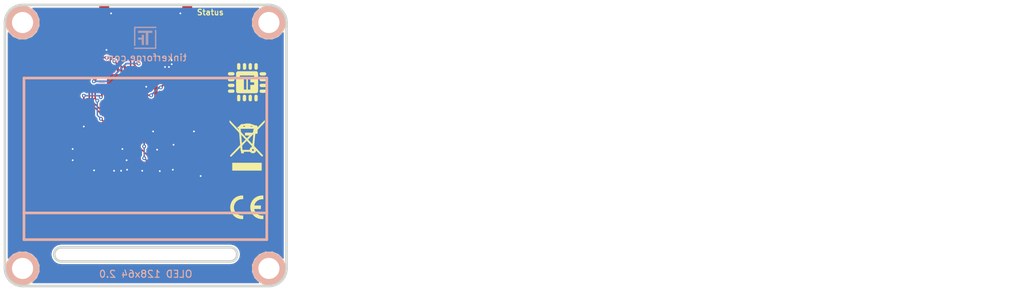
<source format=kicad_pcb>
(kicad_pcb (version 20211014) (generator pcbnew)
  (title_block (title "OLED 128x64") (date "2018-02-21") (rev "2.0") (company "Tinkerforfge GmbH") (comment 1 "Licensed under CERN OHL v.1.1") (comment 2 "Copyright (©) 2018, L.Lauer <lukas@tinkerforge.com>"))
  (layers (0 "F.Cu" signal) (31 "B.Cu" signal) (34 "B.Paste" user) (35 "F.Paste" user) (36 "B.SilkS" user "B.Silkscreen") (37 "F.SilkS" user "F.Silkscreen") (38 "B.Mask" user) (39 "F.Mask" user) (44 "Edge.Cuts" user))
  (net 0 "")
  (net 1 "GND")
  (net 2 "Net-(P1-Pad4)")
  (net 3 "Net-(P1-Pad5)")
  (net 4 "Net-(P1-Pad6)")
  (net 5 "Net-(C7-Pad2)")
  (net 6 "Net-(C10-Pad2)")
  (net 7 "Net-(R1-Pad1)")
  (net 8 "Net-(C8-Pad1)")
  (net 9 "Net-(C8-Pad2)")
  (net 10 "Net-(C11-Pad2)")
  (net 11 "Net-(C10-Pad1)")
  (net 12 "Net-(RP1-Pad5)")
  (net 13 "Net-(RP1-Pad6)")
  (net 14 "Net-(RP1-Pad7)")
  (net 15 "Net-(RP1-Pad8)")
  (net 16 "Net-(P1-Pad1)")
  (net 17 "Net-(U3-Pad7)")
  (net 18 "Net-(U3-Pad20)")
  (net 19 "Net-(C1-Pad1)")
  (net 20 "VCC")
  (net 21 "Net-(D1-Pad2)")
  (net 22 "Net-(P2-Pad1)")
  (net 23 "Net-(P3-Pad2)")
  (net 24 "Net-(R2-Pad1)")
  (net 25 "M-CS")
  (net 26 "DC")
  (net 27 "M-CLK")
  (net 28 "M-MOSI")
  (net 29 "S-MISO")
  (net 30 "S-MOSI")
  (net 31 "S-CLK")
  (net 32 "S-CS")
  (net 33 "Net-(U1-Pad3)")
  (net 34 "Net-(U1-Pad5)")
  (net 35 "Net-(U1-Pad6)")
  (net 36 "Net-(U1-Pad8)")
  (net 37 "Net-(U1-Pad13)")
  (net 38 "Net-(U1-Pad14)")
  (net 39 "Net-(U1-Pad16)")
  (net 40 "Net-(U1-Pad17)")
  (net 41 "Net-(U1-Pad21)")
  (net 42 "OLED_RESET")
  (net 43 "Net-(U1-Pad4)")
  (footprint "kicad-libraries:DRILL_NP" (layer "F.Cu") (at 136.6 124.1)
    (fp_text reference "U4" hide)
    (fp_text value "DRILL" hide)
    (pad "" np_thru_hole circle locked (at 0 0) (size 2.99974 2.99974) (drill 2.99974) (layers *.Cu *.Mask "F.SilkS") (clearance 0.89916))
  )
  (footprint "kicad-libraries:DRILL_NP" (layer "F.Cu") (at 171.6 124.1)
    (fp_text reference "U5" hide)
    (fp_text value "DRILL" hide)
    (pad "" np_thru_hole circle locked (at 0 0) (size 2.99974 2.99974) (drill 2.99974) (layers *.Cu *.Mask "F.SilkS") (clearance 0.89916))
  )
  (footprint "kicad-libraries:DRILL_NP" (layer "F.Cu") (at 171.6 159.1)
    (fp_text reference "U6" hide)
    (fp_text value "DRILL" hide)
    (pad "" np_thru_hole circle locked (at 0 0) (size 2.99974 2.99974) (drill 2.99974) (layers *.Cu *.Mask "F.SilkS") (clearance 0.89916))
  )
  (footprint "kicad-libraries:WEEE_7mm" (layer "F.Cu") (at 168.5 141.6)
    (fp_text reference "G***" hide)
    (fp_text value "LOGO" hide)
  )
  (footprint "kicad-libraries:CE_5mm" (layer "F.Cu") (at 168.5 150.4)
    (fp_text reference "VAL" hide)
    (fp_text value "CE_5mm" hide)
  )
  (footprint "kicad-libraries:Fiducial_Mark" (layer "F.Cu") (at 167.1 123.1)
    (fp_text reference "Fiducial_Mark" hide)
    (fp_text value "VAL**" hide)
    (pad "1" smd circle locked (at 0 0) (size 1.00076 1.00076) (layers "F.Cu" "F.Mask") (clearance 0.65024))
  )
  (footprint "kicad-libraries:Fiducial_Mark" (layer "F.Cu") (at 141.1 123.1)
    (fp_text reference "Fiducial_Mark" hide)
    (fp_text value "VAL**" hide)
    (pad "1" smd circle locked (at 0 0) (size 1.00076 1.00076) (layers "F.Cu" "F.Mask") (clearance 0.65024))
  )
  (footprint "kicad-libraries:Fiducial_Mark" (layer "F.Cu") (at 169.6 154.6)
    (fp_text reference "Fiducial_Mark" hide)
    (fp_text value "VAL**" hide)
    (pad "1" smd circle locked (at 0 0) (size 1.00076 1.00076) (layers "F.Cu" "F.Mask") (clearance 0.65024))
  )
  (footprint "kicad-libraries:0603X4" (layer "F.Cu") (at 149.77 137.74 90)
    (fp_text reference "RP1")
    (fp_text value "2k2")
    (pad "1" smd rect locked (at 1.19888 -0.8509 90) (size 0.44958 0.89916) (layers "F.Cu" "F.Paste" "F.Mask") (net 25 "M-CS"))
    (pad "2" smd rect locked (at 0.39878 -0.8509 90) (size 0.44958 0.89916) (layers "F.Cu" "F.Paste" "F.Mask") (net 26 "DC"))
    (pad "3" smd rect locked (at -0.39878 -0.8509 90) (size 0.44958 0.89916) (layers "F.Cu" "F.Paste" "F.Mask") (net 27 "M-CLK"))
    (pad "4" smd rect locked (at -1.19888 -0.8509 90) (size 0.44958 0.89916) (layers "F.Cu" "F.Paste" "F.Mask") (net 28 "M-MOSI"))
    (pad "5" smd rect locked (at -1.19888 0.8509 90) (size 0.44958 0.89916) (layers "F.Cu" "F.Paste" "F.Mask") (net 12 "Net-(RP1-Pad5)"))
    (pad "6" smd rect locked (at -0.39878 0.8509 90) (size 0.44958 0.89916) (layers "F.Cu" "F.Paste" "F.Mask") (net 13 "Net-(RP1-Pad6)"))
    (pad "7" smd rect locked (at 0.39878 0.8509 90) (size 0.44958 0.89916) (layers "F.Cu" "F.Paste" "F.Mask") (net 14 "Net-(RP1-Pad7)"))
    (pad "8" smd rect locked (at 1.19888 0.8509 90) (size 0.44958 0.89916) (layers "F.Cu" "F.Paste" "F.Mask") (net 15 "Net-(RP1-Pad8)"))
  )
  (footprint "kicad-libraries:DRILL_NP" (layer "F.Cu") (at 136.6 159.1)
    (fp_text reference "U7" hide)
    (fp_text value "DRILL" hide)
    (pad "" np_thru_hole circle locked (at 0 0) (size 2.99974 2.99974) (drill 2.99974) (layers *.Cu *.Mask "F.SilkS") (clearance 0.89916))
  )
  (footprint "kicad-libraries:ER-CON30HT-1" (layer "F.Cu") (at 154.1 146.6)
    (fp_text reference "U3")
    (fp_text value "OLED013")
    (pad "" smd rect locked (at 8.79 2.325) (size 2 3) (layers "F.Cu" "F.Paste" "F.Mask"))
    (pad "" smd rect locked (at -8.79 2.325) (size 2 3) (layers "F.Cu" "F.Paste" "F.Mask"))
    (pad "1" smd rect locked (at 7.25 -0.2) (size 0.3 1.6) (layers "F.Cu" "F.Paste" "F.Mask") (net 1 "GND"))
    (pad "2" smd rect locked (at 6.75 -0.2) (size 0.3 1.6) (layers "F.Cu" "F.Paste" "F.Mask") (net 6 "Net-(C10-Pad2)"))
    (pad "3" smd rect locked (at 6.25 -0.2) (size 0.3 1.6) (layers "F.Cu" "F.Paste" "F.Mask") (net 11 "Net-(C10-Pad1)"))
    (pad "4" smd rect locked (at 5.75 -0.2) (size 0.3 1.6) (layers "F.Cu" "F.Paste" "F.Mask") (net 9 "Net-(C8-Pad2)"))
    (pad "5" smd rect locked (at 5.25 -0.2) (size 0.3 1.6) (layers "F.Cu" "F.Paste" "F.Mask") (net 8 "Net-(C8-Pad1)"))
    (pad "6" smd rect locked (at 4.75 -0.2) (size 0.3 1.6) (layers "F.Cu" "F.Paste" "F.Mask") (net 20 "VCC"))
    (pad "7" smd rect locked (at 4.25 -0.2) (size 0.3 1.6) (layers "F.Cu" "F.Paste" "F.Mask") (net 17 "Net-(U3-Pad7)"))
    (pad "8" smd rect locked (at 3.75 -0.2) (size 0.3 1.6) (layers "F.Cu" "F.Paste" "F.Mask") (net 1 "GND"))
    (pad "9" smd rect locked (at 3.25 -0.2) (size 0.3 1.6) (layers "F.Cu" "F.Paste" "F.Mask") (net 20 "VCC"))
    (pad "10" smd rect locked (at 2.75 -0.2) (size 0.3 1.6) (layers "F.Cu" "F.Paste" "F.Mask") (net 1 "GND"))
    (pad "11" smd rect locked (at 2.25 -0.2) (size 0.3 1.6) (layers "F.Cu" "F.Paste" "F.Mask") (net 1 "GND"))
    (pad "12" smd rect locked (at 1.75 -0.2) (size 0.3 1.6) (layers "F.Cu" "F.Paste" "F.Mask") (net 1 "GND"))
    (pad "13" smd rect locked (at 1.25 -0.2) (size 0.3 1.6) (layers "F.Cu" "F.Paste" "F.Mask") (net 15 "Net-(RP1-Pad8)"))
    (pad "14" smd rect locked (at 0.75 -0.2) (size 0.3 1.6) (layers "F.Cu" "F.Paste" "F.Mask") (net 42 "OLED_RESET"))
    (pad "15" smd rect locked (at 0.25 -0.2) (size 0.3 1.6) (layers "F.Cu" "F.Paste" "F.Mask") (net 14 "Net-(RP1-Pad7)"))
    (pad "16" smd rect locked (at -0.25 -0.2) (size 0.3 1.6) (layers "F.Cu" "F.Paste" "F.Mask") (net 1 "GND"))
    (pad "17" smd rect locked (at -0.75 -0.2) (size 0.3 1.6) (layers "F.Cu" "F.Paste" "F.Mask") (net 1 "GND"))
    (pad "18" smd rect locked (at -1.25 -0.2) (size 0.3 1.6) (layers "F.Cu" "F.Paste" "F.Mask") (net 13 "Net-(RP1-Pad6)"))
    (pad "19" smd rect locked (at -1.75 -0.2) (size 0.3 1.6) (layers "F.Cu" "F.Paste" "F.Mask") (net 12 "Net-(RP1-Pad5)"))
    (pad "20" smd rect locked (at -2.25 -0.2) (size 0.3 1.6) (layers "F.Cu" "F.Paste" "F.Mask") (net 18 "Net-(U3-Pad20)"))
    (pad "21" smd rect locked (at -2.75 -0.2) (size 0.3 1.6) (layers "F.Cu" "F.Paste" "F.Mask") (net 1 "GND"))
    (pad "22" smd rect locked (at -3.25 -0.2) (size 0.3 1.6) (layers "F.Cu" "F.Paste" "F.Mask") (net 1 "GND"))
    (pad "23" smd rect locked (at -3.75 -0.2) (size 0.3 1.6) (layers "F.Cu" "F.Paste" "F.Mask") (net 1 "GND"))
    (pad "24" smd rect locked (at -4.24 -0.2) (size 0.3 1.6) (layers "F.Cu" "F.Paste" "F.Mask") (net 1 "GND"))
    (pad "25" smd rect locked (at -4.75 -0.2) (size 0.3 1.6) (layers "F.Cu" "F.Paste" "F.Mask") (net 1 "GND"))
    (pad "26" smd rect locked (at -5.25 -0.2) (size 0.3 1.6) (layers "F.Cu" "F.Paste" "F.Mask") (net 7 "Net-(R1-Pad1)"))
    (pad "27" smd rect locked (at -5.75 -0.2) (size 0.3 1.6) (layers "F.Cu" "F.Paste" "F.Mask") (net 5 "Net-(C7-Pad2)"))
    (pad "28" smd rect locked (at -6.25 -0.2) (size 0.3 1.6) (layers "F.Cu" "F.Paste" "F.Mask") (net 10 "Net-(C11-Pad2)"))
    (pad "29" smd rect locked (at -6.75 -0.2) (size 0.3 1.6) (layers "F.Cu" "F.Paste" "F.Mask") (net 1 "GND"))
    (pad "30" smd rect locked (at -7.25 -0.2) (size 0.3 1.6) (layers "F.Cu" "F.Paste" "F.Mask") (net 1 "GND"))
  )
  (footprint "kicad-libraries:C0805" (layer "F.Cu") (at 156.15 140.5)
    (fp_text reference "C3")
    (fp_text value "4.7µF/25V")
    (pad "1" smd rect locked (at -1.00076 0) (size 1.00076 1.24968) (layers "F.Cu" "F.Paste" "F.Mask") (net 1 "GND") (clearance 0.14986))
    (pad "2" smd rect locked (at 1.00076 0) (size 1.00076 1.24968) (layers "F.Cu" "F.Paste" "F.Mask") (net 20 "VCC") (clearance 0.14986))
  )
  (footprint "kicad-libraries:C0805" (layer "F.Cu") (at 159.95 140.5 180)
    (fp_text reference "C5")
    (fp_text value "4.7µF/25V")
    (pad "1" smd rect locked (at -1.00076 0 180) (size 1.00076 1.24968) (layers "F.Cu" "F.Paste" "F.Mask") (net 1 "GND") (clearance 0.14986))
    (pad "2" smd rect locked (at 1.00076 0 180) (size 1.00076 1.24968) (layers "F.Cu" "F.Paste" "F.Mask") (net 20 "VCC") (clearance 0.14986))
  )
  (footprint "kicad-libraries:C0805" (layer "F.Cu") (at 149 142.1 180)
    (fp_text reference "C7")
    (fp_text value "4.7µF/25V")
    (pad "1" smd rect locked (at -1.00076 0 180) (size 1.00076 1.24968) (layers "F.Cu" "F.Paste" "F.Mask") (net 1 "GND") (clearance 0.14986))
    (pad "2" smd rect locked (at 1.00076 0 180) (size 1.00076 1.24968) (layers "F.Cu" "F.Paste" "F.Mask") (net 5 "Net-(C7-Pad2)") (clearance 0.14986))
  )
  (footprint "kicad-libraries:C0805" (layer "F.Cu") (at 145.5 142.1)
    (fp_text reference "C9")
    (fp_text value "10µF")
    (pad "1" smd rect locked (at -1.00076 0) (size 1.00076 1.24968) (layers "F.Cu" "F.Paste" "F.Mask") (net 1 "GND") (clearance 0.14986))
    (pad "2" smd rect locked (at 1.00076 0) (size 1.00076 1.24968) (layers "F.Cu" "F.Paste" "F.Mask") (net 10 "Net-(C11-Pad2)") (clearance 0.14986))
  )
  (footprint "kicad-libraries:C0805" (layer "F.Cu") (at 156.2 128.2)
    (fp_text reference "C12")
    (fp_text value "10uF")
    (pad "1" smd rect locked (at -1.00076 0) (size 1.00076 1.24968) (layers "F.Cu" "F.Paste" "F.Mask") (net 20 "VCC") (clearance 0.14986))
    (pad "2" smd rect locked (at 1.00076 0) (size 1.00076 1.24968) (layers "F.Cu" "F.Paste" "F.Mask") (net 1 "GND") (clearance 0.14986))
  )
  (footprint "kicad-libraries:C0603F" (layer "F.Cu") (at 156.3 129.7)
    (fp_text reference "C13")
    (fp_text value "1uF")
    (pad "1" smd rect locked (at -0.75 0) (size 0.9 0.9) (layers "F.Cu" "F.Paste" "F.Mask") (net 20 "VCC"))
    (pad "2" smd rect locked (at 0.75 0) (size 0.9 0.9) (layers "F.Cu" "F.Paste" "F.Mask") (net 1 "GND"))
  )
  (footprint "kicad-libraries:C0603F" (layer "F.Cu") (at 153.44 132.49 -90)
    (fp_text reference "C14")
    (fp_text value "100nF")
    (pad "1" smd rect locked (at -0.75 0 270) (size 0.9 0.9) (layers "F.Cu" "F.Paste" "F.Mask") (net 20 "VCC"))
    (pad "2" smd rect locked (at 0.75 0 270) (size 0.9 0.9) (layers "F.Cu" "F.Paste" "F.Mask") (net 1 "GND"))
  )
  (footprint "kicad-libraries:D0603F" (layer "F.Cu") (at 163.18 123.99)
    (fp_text reference "D1")
    (fp_text value "blue")
    (pad "1" smd rect locked (at -0.75 0) (size 0.9 0.9) (layers "F.Cu" "F.Paste" "F.Mask") (net 20 "VCC"))
    (pad "2" smd rect locked (at 0.75 0) (size 0.9 0.9) (layers "F.Cu" "F.Paste" "F.Mask") (net 21 "Net-(D1-Pad2)"))
  )
  (footprint "kicad-libraries:CON-SENSOR2" (layer "F.Cu") (at 154.1 121.6 180)
    (fp_text reference "P1")
    (fp_text value "CON-SENSOR2")
    (pad "1" smd rect locked (at -3.75 -4.6 180) (size 0.6 1.8) (layers "F.Cu" "F.Paste" "F.Mask") (net 16 "Net-(P1-Pad1)"))
    (pad "2" smd rect locked (at -2.5 -4.6 180) (size 0.6 1.8) (layers "F.Cu" "F.Paste" "F.Mask") (net 1 "GND"))
    (pad "3" smd rect locked (at -1.25 -4.6 180) (size 0.6 1.8) (layers "F.Cu" "F.Paste" "F.Mask") (net 20 "VCC"))
    (pad "4" smd rect locked (at 0 -4.6 180) (size 0.6 1.8) (layers "F.Cu" "F.Paste" "F.Mask") (net 2 "Net-(P1-Pad4)"))
    (pad "5" smd rect locked (at 1.25 -4.6 180) (size 0.6 1.8) (layers "F.Cu" "F.Paste" "F.Mask") (net 3 "Net-(P1-Pad5)"))
    (pad "6" smd rect locked (at 2.5 -4.6 180) (size 0.6 1.8) (layers "F.Cu" "F.Paste" "F.Mask") (net 4 "Net-(P1-Pad6)"))
    (pad "7" smd rect locked (at 3.75 -4.6 180) (size 0.6 1.8) (layers "F.Cu" "F.Paste" "F.Mask") (net 19 "Net-(C1-Pad1)"))
    (pad "EP" smd rect locked (at 5.9 -1.2 180) (size 1.4 2.4) (layers "F.Cu" "F.Paste" "F.Mask") (net 1 "GND"))
    (pad "EP" smd rect locked (at -5.9 -1.2 180) (size 1.4 2.4) (layers "F.Cu" "F.Paste" "F.Mask") (net 1 "GND"))
  )
  (footprint "kicad-libraries:DEBUG_PAD" (layer "F.Cu") (at 144.43 129.07)
    (fp_text reference "P2")
    (fp_text value "DEBUG")
    (pad "1" smd circle locked (at 0 0) (size 0.7 0.7) (layers "F.Cu" "F.Paste" "F.Mask") (net 22 "Net-(P2-Pad1)"))
  )
  (footprint "kicad-libraries:SolderJumper" (layer "F.Cu") (at 145.3 137.91 90)
    (fp_text reference "P3")
    (fp_text value "BOOT")
    (pad "1" smd rect locked (at -0.225 0.55 90) (size 0.95 0.3) (layers "F.Cu" "F.Mask") (net 1 "GND"))
    (pad "1" smd rect locked (at -0.5 0 90) (size 0.4 1.4) (layers "F.Cu" "F.Mask") (net 1 "GND"))
    (pad "1" smd rect locked (at -0.225 -0.55 90) (size 0.95 0.3) (layers "F.Cu" "F.Mask") (net 1 "GND"))
    (pad "2" smd rect locked (at 0.55 0 90) (size 0.3 1.4) (layers "F.Cu" "F.Mask") (net 23 "Net-(P3-Pad2)"))
    (pad "2" smd rect locked (at 0.15 0 90) (size 0.6 0.5) (layers "F.Cu" "F.Mask") (net 23 "Net-(P3-Pad2)"))
  )
  (footprint "kicad-libraries:R0603F" (layer "F.Cu") (at 163.18 125.33)
    (fp_text reference "R2")
    (fp_text value "1k")
    (pad "1" smd rect locked (at -0.75 0) (size 0.9 0.9) (layers "F.Cu" "F.Paste" "F.Mask") (net 24 "Net-(R2-Pad1)"))
    (pad "2" smd rect locked (at 0.75 0) (size 0.9 0.9) (layers "F.Cu" "F.Paste" "F.Mask") (net 21 "Net-(D1-Pad2)"))
  )
  (footprint "kicad-libraries:4X0402" (layer "F.Cu") (at 152.2 128.5 180)
    (fp_text reference "RP2")
    (fp_text value "82")
    (pad "1" smd rect locked (at -0.7493 0.575) (size 0.29972 0.65) (layers "F.Cu" "F.Paste" "F.Mask") (net 2 "Net-(P1-Pad4)"))
    (pad "2" smd rect locked (at -0.24892 0.575) (size 0.29972 0.65) (layers "F.Cu" "F.Paste" "F.Mask") (net 3 "Net-(P1-Pad5)"))
    (pad "3" smd rect locked (at 0.24892 0.575) (size 0.29972 0.65) (layers "F.Cu" "F.Paste" "F.Mask") (net 4 "Net-(P1-Pad6)"))
    (pad "4" smd rect locked (at 0.7493 0.575) (size 0.29972 0.65) (layers "F.Cu" "F.Paste" "F.Mask") (net 19 "Net-(C1-Pad1)"))
    (pad "5" smd rect locked (at 0.7493 -0.575 180) (size 0.29972 0.65) (layers "F.Cu" "F.Paste" "F.Mask") (net 29 "S-MISO"))
    (pad "6" smd rect locked (at 0.24892 -0.575 180) (size 0.29972 0.65) (layers "F.Cu" "F.Paste" "F.Mask") (net 30 "S-MOSI"))
    (pad "7" smd rect locked (at -0.24892 -0.575 180) (size 0.29972 0.65) (layers "F.Cu" "F.Paste" "F.Mask") (net 31 "S-CLK"))
    (pad "8" smd rect locked (at -0.7493 -0.575 180) (size 0.29972 0.65) (layers "F.Cu" "F.Paste" "F.Mask") (net 32 "S-CS"))
  )
  (footprint "kicad-libraries:QFN24-4x4mm-0.5mm" (layer "F.Cu") (at 149.89 132.74 90)
    (fp_text reference "U1")
    (fp_text value "XMC130024")
    (pad "1" smd oval locked (at -2.025 -1.25 90) (size 1 0.3) (layers "F.Cu" "F.Paste" "F.Mask") (net 28 "M-MOSI"))
    (pad "2" smd oval locked (at -2.025 -0.75 90) (size 1 0.3) (layers "F.Cu" "F.Paste" "F.Mask") (net 42 "OLED_RESET"))
    (pad "3" smd oval locked (at -2.025 -0.25 90) (size 1 0.3) (layers "F.Cu" "F.Paste" "F.Mask") (net 33 "Net-(U1-Pad3)"))
    (pad "4" smd oval locked (at -2.025 0.25 90) (size 1 0.3) (layers "F.Cu" "F.Paste" "F.Mask") (net 43 "Net-(U1-Pad4)"))
    (pad "5" smd oval locked (at -2.025 0.75 90) (size 1 0.3) (layers "F.Cu" "F.Paste" "F.Mask") (net 34 "Net-(U1-Pad5)"))
    (pad "6" smd oval locked (at -2.025 1.25 90) (size 1 0.3) (layers "F.Cu" "F.Paste" "F.Mask") (net 35 "Net-(U1-Pad6)"))
    (pad "7" smd oval locked (at -1.25 2.025 180) (size 1 0.3) (layers "F.Cu" "F.Paste" "F.Mask") (net 24 "Net-(R2-Pad1)"))
    (pad "8" smd oval locked (at -0.75 2.025 180) (size 1 0.3) (layers "F.Cu" "F.Paste" "F.Mask") (net 36 "Net-(U1-Pad8)"))
    (pad "9" smd oval locked (at -0.25 2.025 180) (size 1 0.3) (layers "F.Cu" "F.Paste" "F.Mask") (net 1 "GND"))
    (pad "10" smd oval locked (at 0.25 2.025 180) (size 1 0.3) (layers "F.Cu" "F.Paste" "F.Mask") (net 20 "VCC"))
    (pad "11" smd oval locked (at 0.75 2.025 180) (size 1 0.3) (layers "F.Cu" "F.Paste" "F.Mask") (net 31 "S-CLK"))
    (pad "12" smd oval locked (at 1.25 2.025 180) (size 1 0.3) (layers "F.Cu" "F.Paste" "F.Mask") (net 30 "S-MOSI"))
    (pad "13" smd oval locked (at 2.025 1.25 90) (size 1 0.3) (layers "F.Cu" "F.Paste" "F.Mask") (net 37 "Net-(U1-Pad13)"))
    (pad "14" smd oval locked (at 2.025 0.75 90) (size 1 0.3) (layers "F.Cu" "F.Paste" "F.Mask") (net 38 "Net-(U1-Pad14)"))
    (pad "15" smd oval locked (at 2.025 0.25 90) (size 1 0.3) (layers "F.Cu" "F.Paste" "F.Mask") (net 22 "Net-(P2-Pad1)"))
    (pad "16" smd oval locked (at 2.025 -0.25 90) (size 1 0.3) (layers "F.Cu" "F.Paste" "F.Mask") (net 39 "Net-(U1-Pad16)"))
    (pad "17" smd oval locked (at 2.025 -0.75 90) (size 1 0.3) (layers "F.Cu" "F.Paste" "F.Mask") (net 40 "Net-(U1-Pad17)"))
    (pad "18" smd oval locked (at 2.025 -1.25 90) (size 1 0.3) (layers "F.Cu" "F.Paste" "F.Mask") (net 29 "S-MISO"))
    (pad "19" smd oval locked (at 1.25 -2.025 180) (size 1 0.3) (layers "F.Cu" "F.Paste" "F.Mask") (net 26 "DC"))
    (pad "20" smd oval locked (at 0.75 -2.025 180) (size 1 0.3) (layers "F.Cu" "F.Paste" "F.Mask") (net 32 "S-CS"))
    (pad "21" smd oval locked (at 0.25 -2.025 180) (size 1 0.3) (layers "F.Cu" "F.Paste" "F.Mask") (net 41 "Net-(U1-Pad21)"))
    (pad "22" smd oval locked (at -0.25 -2.025 180) (size 1 0.3) (layers "F.Cu" "F.Paste" "F.Mask") (net 25 "M-CS"))
    (pad "23" smd oval locked (at -0.75 -2.025 180) (size 1 0.3) (layers "F.Cu" "F.Paste" "F.Mask") (net 27 "M-CLK"))
    (pad "24" smd oval locked (at -1.25 -2.025 180) (size 1 0.3) (layers "F.Cu" "F.Paste" "F.Mask") (net 23 "Net-(P3-Pad2)"))
    (pad "EXP" smd rect locked (at 0.65 -0.65 90) (size 1.3 1.3) (layers "F.Cu" "F.Paste" "F.Mask") (net 1 "GND"))
    (pad "EXP" smd rect locked (at -0.65 -0.65 90) (size 1.3 1.3) (layers "F.Cu" "F.Paste" "F.Mask") (net 1 "GND"))
    (pad "EXP" smd rect locked (at -0.65 0.65 90) (size 1.3 1.3) (layers "F.Cu" "F.Paste" "F.Mask") (net 1 "GND"))
    (pad "EXP" smd rect locked (at 0.65 0.65 90) (size 1.3 1.3) (layers "F.Cu" "F.Paste" "F.Mask") (net 1 "GND"))
  )
  (footprint "kicad-libraries:Logo_CoMCU" (layer "F.Cu") (at 168.5 132.6)
    (fp_text reference "G***" hide)
    (fp_text value "LOGO" hide)
  )
  (footprint "kicad-libraries:C0402F" (layer "F.Cu") (at 149.8 128 180)
    (fp_text reference "C1")
    (fp_text value "220pF")
    (pad "1" smd rect locked (at -0.5 0 180) (size 0.6 0.7) (layers "F.Cu" "F.Paste" "F.Mask") (net 19 "Net-(C1-Pad1)"))
    (pad "2" smd rect locked (at 0.5 0 180) (size 0.6 0.7) (layers "F.Cu" "F.Paste" "F.Mask") (net 1 "GND"))
  )
  (footprint "kicad-libraries:C0603F" (layer "F.Cu") (at 156.5 143.05 -90)
    (fp_text reference "C4")
    (fp_text value "100nF")
    (pad "1" smd rect locked (at -0.75 0 270) (size 0.9 0.9) (layers "F.Cu" "F.Paste" "F.Mask") (net 1 "GND"))
    (pad "2" smd rect locked (at 0.75 0 270) (size 0.9 0.9) (layers "F.Cu" "F.Paste" "F.Mask") (net 20 "VCC"))
  )
  (footprint "kicad-libraries:C0603F" (layer "F.Cu") (at 158.25 143.05 -90)
    (fp_text reference "C6")
    (fp_text value "100nF")
    (pad "1" smd rect locked (at -0.75 0 270) (size 0.9 0.9) (layers "F.Cu" "F.Paste" "F.Mask") (net 1 "GND"))
    (pad "2" smd rect locked (at 0.75 0 270) (size 0.9 0.9) (layers "F.Cu" "F.Paste" "F.Mask") (net 20 "VCC"))
  )
  (footprint "kicad-libraries:C0603F" (layer "F.Cu") (at 160.3 143.05 -90)
    (fp_text reference "C8")
    (fp_text value "1µF")
    (pad "1" smd rect locked (at -0.75 0 270) (size 0.9 0.9) (layers "F.Cu" "F.Paste" "F.Mask") (net 8 "Net-(C8-Pad1)"))
    (pad "2" smd rect locked (at 0.75 0 270) (size 0.9 0.9) (layers "F.Cu" "F.Paste" "F.Mask") (net 9 "Net-(C8-Pad2)"))
  )
  (footprint "kicad-libraries:C0603F" (layer "F.Cu") (at 161.8 143.05 90)
    (fp_text reference "C10")
    (fp_text value "1µF")
    (pad "1" smd rect locked (at -0.75 0 90) (size 0.9 0.9) (layers "F.Cu" "F.Paste" "F.Mask") (net 11 "Net-(C10-Pad1)"))
    (pad "2" smd rect locked (at 0.75 0 90) (size 0.9 0.9) (layers "F.Cu" "F.Paste" "F.Mask") (net 6 "Net-(C10-Pad2)"))
  )
  (footprint "kicad-libraries:C0603F" (layer "F.Cu") (at 145.4 143.7)
    (fp_text reference "C11")
    (fp_text value "100nF")
    (pad "1" smd rect locked (at -0.75 0) (size 0.9 0.9) (layers "F.Cu" "F.Paste" "F.Mask") (net 1 "GND"))
    (pad "2" smd rect locked (at 0.75 0) (size 0.9 0.9) (layers "F.Cu" "F.Paste" "F.Mask") (net 10 "Net-(C11-Pad2)"))
  )
  (footprint "kicad-libraries:R0603F" (layer "F.Cu") (at 149.7 143.7)
    (fp_text reference "R1")
    (fp_text value "390k")
    (pad "1" smd rect locked (at -0.75 0) (size 0.9 0.9) (layers "F.Cu" "F.Paste" "F.Mask") (net 7 "Net-(R1-Pad1)"))
    (pad "2" smd rect locked (at 0.75 0) (size 0.9 0.9) (layers "F.Cu" "F.Paste" "F.Mask") (net 1 "GND"))
  )
  (footprint "kicad-libraries:Logo_31x31" (layer "B.Cu") (at 155.6 124.7 180)
    (fp_text reference "G***" hide)
    (fp_text value "LOGO" hide)
  )
  (gr_line (start 171.3 155) (end 171.3 151.2) (layer "B.SilkS") (width 0.381))
  (gr_line (start 171.3 132) (end 171.3 151.2) (layer "B.SilkS") (width 0.381))
  (gr_line (start 136.8 151.2) (end 136.8 132) (layer "B.SilkS") (width 0.381))
  (gr_line (start 136.8 151.2) (end 136.8 155) (layer "B.SilkS") (width 0.381))
  (gr_line (start 136.8 155) (end 171.3 155) (layer "B.SilkS") (width 0.381))
  (gr_line (start 171.3 151.2) (end 136.8 151.2) (layer "B.SilkS") (width 0.381))
  (gr_line (start 136.8 132) (end 171.3 132) (layer "B.SilkS") (width 0.381))
  (gr_line (start 166.1 158.1) (end 142.1 158.1) (layer "Edge.Cuts") (width 0.381))
  (gr_arc (start 166.1 156.1) (mid 166.807107 156.392893) (end 167.1 157.1) (layer "Edge.Cuts") (width 0.381))
  (gr_line (start 171.6 121.6) (end 136.6 121.6) (layer "Edge.Cuts") (width 0.381))
  (gr_arc (start 134.1 124.1) (mid 134.832233 122.332233) (end 136.6 121.6) (layer "Edge.Cuts") (width 0.381))
  (gr_line (start 134.1 124.1) (end 134.1 159.1) (layer "Edge.Cuts") (width 0.381))
  (gr_arc (start 171.6 121.6) (mid 173.367767 122.332233) (end 174.1 124.1) (layer "Edge.Cuts") (width 0.381))
  (gr_arc (start 142.1 158.1) (mid 141.392893 157.807107) (end 141.1 157.1) (layer "Edge.Cuts") (width 0.381))
  (gr_arc (start 167.1 157.1) (mid 166.807107 157.807107) (end 166.1 158.1) (layer "Edge.Cuts") (width 0.381))
  (gr_line (start 136.6 161.6) (end 171.6 161.6) (layer "Edge.Cuts") (width 0.381))
  (gr_line (start 174.1 159.1) (end 174.1 124.1) (layer "Edge.Cuts") (width 0.381))
  (gr_line (start 142.1 156.1) (end 166.1 156.1) (layer "Edge.Cuts") (width 0.381))
  (gr_arc (start 136.6 161.6) (mid 134.832233 160.867767) (end 134.1 159.1) (layer "Edge.Cuts") (width 0.381))
  (gr_arc (start 141.1 157.1) (mid 141.392893 156.392893) (end 142.1 156.1) (layer "Edge.Cuts") (width 0.381))
  (gr_arc (start 174.1 159.1) (mid 173.367767 160.867767) (end 171.6 161.6) (layer "Edge.Cuts") (width 0.381))
  (gr_text "tinkerforge.com" (at 154.1 129.1) (layer "B.SilkS") (effects (font (size 1 1)) (justify mirror)))
  (gr_text "OLED 128x64 2.0" (at 154.1 159.9) (layer "B.SilkS") (effects (font (size 1 1)) (justify mirror)))
  (gr_text "Status" (at 163.28 122.65) (layer "F.SilkS") (effects (font (size 0.8 0.8))))
  (segment (start 149.35 145.45) (end 149.6 145.2) (width 0.254) (layer "F.Cu") (net 1))
  (segment (start 149.86 145.46) (end 149.6 145.2) (width 0.254) (layer "F.Cu") (net 1))
  (segment (start 150.35 145.45) (end 150.6 145.2) (width 0.254) (layer "F.Cu") (net 1))
  (segment (start 150.85 145.45) (end 150.6 145.2) (width 0.254) (layer "F.Cu") (net 1))
  (segment (start 151.35 145.15) (end 151.45 145.05) (width 0.254) (layer "F.Cu") (net 1))
  (segment (start 153.35 145.45) (end 153.6 145.2) (width 0.254) (layer "F.Cu") (net 1))
  (segment (start 153.85 145.45) (end 153.6 145.2) (width 0.254) (layer "F.Cu") (net 1))
  (segment (start 156.35 145.5) (end 156.1 145.25) (width 0.254) (layer "F.Cu") (net 1))
  (segment (start 156.85 145.65) (end 156.45 145.25) (width 0.254) (layer "F.Cu") (net 1))
  (segment (start 156.45 145.25) (end 156.1 145.25) (width 0.254) (layer "F.Cu") (net 1))
  (segment (start 155.85 145.5) (end 156.1 145.25) (width 0.254) (layer "F.Cu") (net 1))
  (segment (start 157.85 145.15) (end 157.95 145.05) (width 0.254) (layer "F.Cu") (net 1))
  (segment (start 161.35 146.2) (end 161.6 145.95) (width 0.254) (layer "F.Cu") (net 1))
  (segment (start 161.6 145.95) (end 161.9 145.95) (width 0.254) (layer "F.Cu") (net 1))
  (segment (start 158.25 141.7) (end 158.05 141.5) (width 0.5) (layer "F.Cu") (net 1))
  (segment (start 156.6 127.69924) (end 157.10076 128.2) (width 0.55) (layer "F.Cu") (net 1))
  (segment (start 157.20076 129.54924) (end 157.05 129.7) (width 0.55) (layer "F.Cu") (net 1))
  (segment (start 157.54 129.7) (end 157.78 129.46) (width 0.55) (layer "F.Cu") (net 1))
  (segment (start 157.79 130.03) (end 157.46 129.7) (width 0.55) (layer "F.Cu") (net 1))
  (segment (start 157.05 130.08) (end 157.4 130.43) (width 0.55) (layer "F.Cu") (net 1))
  (segment (start 157.05 130.22) (end 156.84 130.43) (width 0.55) (layer "F.Cu") (net 1))
  (segment (start 157.4 130.42) (end 157.79 130.03) (width 0.55) (layer "F.Cu") (net 1))
  (segment (start 157.79 129.47) (end 157.78 129.46) (width 0.55) (layer "F.Cu") (net 1))
  (segment (start 156.84 129.91) (end 157.05 129.7) (width 0.55) (layer "F.Cu") (net 1))
  (segment (start 152.61 132.99) (end 152.86 133.24) (width 0.2) (layer "F.Cu") (net 1))
  (segment (start 152.86 133.24) (end 153.44 133.24) (width 0.2) (layer "F.Cu") (net 1))
  (segment (start 150.94 132.99) (end 150.54 133.39) (width 0.2) (layer "F.Cu") (net 1))
  (segment (start 149.24 133.39) (end 149.24 132.09) (width 0.2) (layer "F.Cu") (net 1))
  (segment (start 155.14924 139.60076) (end 155.15 139.6) (width 0.55) (layer "F.Cu") (net 1))
  (segment (start 160.95076 139.60076) (end 160.95 139.6) (width 0.55) (layer "F.Cu") (net 1))
  (segment (start 147.35 145.515688) (end 147.134312 145.3) (width 0.25) (layer "F.Cu") (net 1))
  (segment (start 147.134312 145.3) (end 146.99 145.3) (width 0.25) (layer "F.Cu") (net 1))
  (segment (start 146.99 145.3) (end 146.85 145.44) (width 0.25) (layer "F.Cu") (net 1))
  (segment (start 146.85 145.44) (end 146.85 146.4) (width 0.25) (layer "F.Cu") (net 1))
  (segment (start 146.85 145.23) (end 146.76 145.14) (width 0.25) (layer "F.Cu") (net 1))
  (segment (start 155.7201 142.1999) (end 155.72 142.2) (width 0.55) (layer "F.Cu") (net 1))
  (segment (start 144.75 138.35) (end 144.81 138.41) (width 0.2) (layer "F.Cu") (net 1))
  (segment (start 144.81 138.41) (end 145.75 138.41) (width 0.2) (layer "F.Cu") (net 1))
  (segment (start 145.75 138.41) (end 145.87 138.29) (width 0.2) (layer "F.Cu") (net 1))
  (segment (start 145.87 138.29) (end 145.87 138.1) (width 0.2) (layer "F.Cu") (net 1))
  (segment (start 145.87 138.1) (end 145.85 138.135) (width 0.2) (layer "F.Cu") (net 1))
  (segment (start 156.35 146.4) (end 156.35 145.5) (width 0.254) (layer "F.Cu") (net 1))
  (segment (start 160 122.8) (end 159.02 122.8) (width 0.55) (layer "F.Cu") (net 1))
  (segment (start 149.86 146.4) (end 149.86 145.46) (width 0.254) (layer "F.Cu") (net 1))
  (segment (start 144.5499 143.7) (end 143.72 143.7) (width 0.55) (layer "F.Cu") (net 1))
  (segment (start 161.35 146.4) (end 161.35 146.2) (width 0.254) (layer "F.Cu") (net 1))
  (segment (start 150.54 133.39) (end 149.24 133.39) (width 0.2) (layer "F.Cu") (net 1))
  (segment (start 150.00076 142.1) (end 150.78 142.1) (width 0.55) (layer "F.Cu") (net 1))
  (segment (start 160.95076 140.5) (end 160.95076 139.60076) (width 0.55) (layer "F.Cu") (net 1))
  (segment (start 155.85 146.4) (end 155.85 145.5) (width 0.254) (layer "F.Cu") (net 1))
  (segment (start 148.2 122.8) (end 149.18 122.8) (width 0.55) (layer "F.Cu") (net 1))
  (segment (start 157.05 129.7) (end 157.46 129.7) (width 0.55) (layer "F.Cu") (net 1))
  (segment (start 150.85 146.4) (end 150.85 145.45) (width 0.254) (layer "F.Cu") (net 1))
  (segment (start 151.35 146.4) (end 151.35 145.15) (width 0.254) (layer "F.Cu") (net 1))
  (segment (start 157.4 130.43) (end 157.4 130.42) (width 0.55) (layer "F.Cu") (net 1))
  (segment (start 149.15 128) (end 148.52 128) (width 0.55) (layer "F.Cu") (net 1))
  (segment (start 151.915 132.99) (end 152.61 132.99) (width 0.2) (layer "F.Cu") (net 1))
  (segment (start 157.79 130.03) (end 157.79 129.47) (width 0.55) (layer "F.Cu") (net 1))
  (segment (start 147.35 146.4) (end 147.35 145.515688) (width 0.25) (layer "F.Cu") (net 1))
  (segment (start 156.5 142.1999) (end 155.7201 142.1999) (width 0.55) (layer "F.Cu") (net 1))
  (segment (start 157.05 130.22) (end 157.05 129.7) (width 0.55) (layer "F.Cu") (net 1))
  (segment (start 149.35 145.45) (end 149.35 146.4) (width 0.254) (layer "F.Cu") (net 1))
  (segment (start 145.3 138.41) (end 145.3 138.9) (width 0.2) (layer "F.Cu") (net 1))
  (segment (start 153.85 146.4) (end 153.85 145.45) (width 0.254) (layer "F.Cu") (net 1))
  (segment (start 150.35 145.45) (end 150.35 146.4) (width 0.254) (layer "F.Cu") (net 1))
  (segment (start 157.85 146.4) (end 157.85 145.15) (width 0.254) (layer "F.Cu") (net 1))
  (segment (start 150.5501 143.7) (end 151.38 143.7) (width 0.55) (layer "F.Cu") (net 1))
  (segment (start 155.14924 140.5) (end 155.14924 139.60076) (width 0.55) (layer "F.Cu") (net 1))
  (segment (start 151.915 132.99) (end 150.94 132.99) (width 0.2) (layer "F.Cu") (net 1))
  (segment (start 144.49924 142.1) (end 143.72 142.1) (width 0.55) (layer "F.Cu") (net 1))
  (segment (start 157.20076 128.2) (end 157.20076 129.54924) (width 0.55) (layer "F.Cu") (net 1))
  (segment (start 156.84 130.43) (end 156.84 129.91) (width 0.55) (layer "F.Cu") (net 1))
  (segment (start 158.25 142.1999) (end 158.25 141.7) (width 0.5) (layer "F.Cu") (net 1))
  (segment (start 150.54 132.09) (end 149.24 132.09) (width 0.2) (layer "F.Cu") (net 1))
  (segment (start 156.85 146.4) (end 156.85 145.65) (width 0.254) (layer "F.Cu") (net 1))
  (segment (start 153.44 133.24) (end 154.17 133.24) (width 0.55) (layer "F.Cu") (net 1))
  (segment (start 144.75 138.135) (end 144.75 138.35) (width 0.2) (layer "F.Cu") (net 1))
  (segment (start 157.54 129.7) (end 157.05 129.7) (width 0.55) (layer "F.Cu") (net 1))
  (segment (start 156.6 126.2) (end 156.6 127.69924) (width 0.55) (layer "F.Cu") (net 1))
  (segment (start 153.35 145.45) (end 153.35 146.4) (width 0.254) (layer "F.Cu") (net 1))
  (segment (start 146.85 145.44) (end 146.85 145.23) (width 0.25) (layer "F.Cu") (net 1))
  (segment (start 156.84 130.43) (end 157.4 130.43) (width 0.55) (layer "F.Cu") (net 1))
  (via (at 155.72 142.2) (size 0.55) (drill 0.25) (layers "F.Cu" "B.Cu") (net 1))
  (via (at 145.3 138.9) (size 0.55) (drill 0.25) (layers "F.Cu" "B.Cu") (net 1))
  (via (at 156.1 145.25) (size 0.55) (drill 0.25) (layers "F.Cu" "B.Cu") (net 1))
  (via (at 156.84 130.43) (size 0.55) (drill 0.25) (layers "F.Cu" "B.Cu") (net 1))
  (via (at 160.95 139.6) (size 0.55) (drill 0.25) (layers "F.Cu" "B.Cu") (net 1))
  (via (at 154.17 133.24) (size 0.55) (drill 0.25) (layers "F.Cu" "B.Cu") (net 1))
  (via (at 143.72 143.7) (size 0.55) (drill 0.25) (layers "F.Cu" "B.Cu") (net 1))
  (via (at 143.72 142.1) (size 0.55) (drill 0.25) (layers "F.Cu" "B.Cu") (net 1))
  (via (at 157.79 130.03) (size 0.55) (drill 0.25) (layers "F.Cu" "B.Cu") (net 1))
  (via (at 155.15 139.6) (size 0.55) (drill 0.25) (layers "F.Cu" "B.Cu") (net 1))
  (via (at 153.6 145.2) (size 0.55) (drill 0.25) (layers "F.Cu" "B.Cu") (net 1))
  (via (at 148.52 128) (size 0.55) (drill 0.25) (layers "F.Cu" "B.Cu") (net 1))
  (via (at 157.95 145.05) (size 0.55) (drill 0.25) (layers "F.Cu" "B.Cu") (net 1))
  (via (at 149.6 145.2) (size 0.55) (drill 0.25) (layers "F.Cu" "B.Cu") (net 1))
  (via (at 161.9 145.95) (size 0.55) (drill 0.25) (layers "F.Cu" "B.Cu") (net 1))
  (via (at 158.05 141.5) (size 0.55) (drill 0.25) (layers "F.Cu" "B.Cu") (net 1))
  (via (at 150.78 142.1) (size 0.55) (drill 0.25) (layers "F.Cu" "B.Cu") (net 1))
  (via (at 149.18 122.8) (size 0.55) (drill 0.25) (layers "F.Cu" "B.Cu") (net 1))
  (via (at 151.45 145.05) (size 0.55) (drill 0.25) (layers "F.Cu" "B.Cu") (net 1))
  (via (at 159.02 122.8) (size 0.55) (drill 0.25) (layers "F.Cu" "B.Cu") (net 1))
  (via (at 150.6 145.2) (size 0.55) (drill 0.25) (layers "F.Cu" "B.Cu") (net 1))
  (via (at 151.38 143.7) (size 0.55) (drill 0.25) (layers "F.Cu" "B.Cu") (net 1))
  (via (at 157.78 129.46) (size 0.55) (drill 0.25) (layers "F.Cu" "B.Cu") (net 1))
  (via (at 146.76 145.14) (size 0.55) (drill 0.25) (layers "F.Cu" "B.Cu") (net 1))
  (via (at 157.4 130.43) (size 0.55) (drill 0.25) (layers "F.Cu" "B.Cu") (net 1))
  (segment (start 154.1 126.63) (end 153.34 127.39) (width 0.2) (layer "F.Cu") (net 2))
  (segment (start 153.34 127.39) (end 153.13 127.39) (width 0.2) (layer "F.Cu") (net 2))
  (segment (start 153.13 127.39) (end 152.9493 127.5707) (width 0.2) (layer "F.Cu") (net 2))
  (segment (start 152.9493 127.5707) (end 152.9493 127.925) (width 0.2) (layer "F.Cu") (net 2))
  (segment (start 154.1 126.2) (end 154.1 126.63) (width 0.2) (layer "F.Cu") (net 2))
  (segment (start 152.85 127.08) (end 152.44892 127.48108) (width 0.2) (layer "F.Cu") (net 3))
  (segment (start 152.44892 127.48108) (end 152.44892 127.925) (width 0.2) (layer "F.Cu") (net 3))
  (segment (start 152.85 126.2) (end 152.85 127.08) (width 0.2) (layer "F.Cu") (net 3))
  (segment (start 151.6 127.1) (end 151.95108 127.45108) (width 0.2) (layer "F.Cu") (net 4))
  (segment (start 151.95108 127.45108) (end 151.95108 127.925) (width 0.2) (layer "F.Cu") (net 4))
  (segment (start 151.6 126.2) (end 151.6 127.1) (width 0.2) (layer "F.Cu") (net 4))
  (segment (start 148.35 145.25) (end 147.8 144.7) (width 0.25) (layer "F.Cu") (net 5))
  (segment (start 147.8 144.7) (end 147.8 142.29924) (width 0.25) (layer "F.Cu") (net 5))
  (segment (start 147.8 142.29924) (end 147.99924 142.1) (width 0.254) (layer "F.Cu") (net 5))
  (segment (start 148.35 146.4) (end 148.35 145.25) (width 0.254) (layer "F.Cu") (net 5))
  (segment (start 160.85 145.494002) (end 161.094002 145.25) (width 0.254) (layer "F.Cu") (net 6))
  (segment (start 161.094002 145.25) (end 162.15 145.25) (width 0.254) (layer "F.Cu") (net 6))
  (segment (start 162.15 145.25) (end 162.65 144.75) (width 0.254) (layer "F.Cu") (net 6))
  (segment (start 162.65 144.75) (end 162.65 143.0499) (width 0.254) (layer "F.Cu") (net 6))
  (segment (start 162.65 143.0499) (end 161.8 142.1999) (width 0.254) (layer "F.Cu") (net 6))
  (segment (start 160.85 146.4) (end 160.85 145.494002) (width 0.254) (layer "F.Cu") (net 6))
  (segment (start 148.85 143.7001) (end 148.8499 143.7) (width 0.254) (layer "F.Cu") (net 7))
  (segment (start 148.85 146.4) (end 148.85 143.7001) (width 0.254) (layer "F.Cu") (net 7))
  (segment (start 159.35 144.95) (end 159.35 144.95) (width 0.254) (layer "F.Cu") (net 8))
  (segment (start 159.35 144.95) (end 159.35 143.2499) (width 0.254) (layer "F.Cu") (net 8))
  (segment (start 159.35 143.2499) (end 160.1 142.4999) (width 0.254) (layer "F.Cu") (net 8))
  (segment (start 159.35 146.4) (end 159.35 144.95) (width 0.254) (layer "F.Cu") (net 8))
  (segment (start 159.85 145.05) (end 160 144.9) (width 0.254) (layer "F.Cu") (net 9))
  (segment (start 160 144.9) (end 160 143.9501) (width 0.254) (layer "F.Cu") (net 9))
  (segment (start 159.85 146.4) (end 159.85 145.05) (width 0.254) (layer "F.Cu") (net 9))
  (segment (start 147.85 145.45) (end 146.2501 143.8501) (width 0.25) (layer "F.Cu") (net 10))
  (segment (start 146.2501 143.8501) (end 146.2501 143.7) (width 0.254) (layer "F.Cu") (net 10))
  (segment (start 146.2501 142.35066) (end 146.50076 142.1) (width 0.254) (layer "F.Cu") (net 10))
  (segment (start 146.2501 143.7) (end 146.2501 142.35066) (width 0.254) (layer "F.Cu") (net 10))
  (segment (start 147.85 146.4) (end 147.85 145.45) (width 0.254) (layer "F.Cu") (net 10))
  (segment (start 160.35 145.35) (end 160.9 144.8) (width 0.254) (layer "F.Cu") (net 11))
  (segment (start 160.9 144.8) (end 161.45 144.8) (width 0.254) (layer "F.Cu") (net 11))
  (segment (start 161.45 144.8) (end 161.8 144.45) (width 0.254) (layer "F.Cu") (net 11))
  (segment (start 161.8 144.45) (end 161.8 143.9001) (width 0.254) (layer "F.Cu") (net 11))
  (segment (start 160.35 146.4) (end 160.35 145.35) (width 0.254) (layer "F.Cu") (net 11))
  (segment (start 151.28888 138.93888) (end 152.01 139.66) (width 0.2) (layer "F.Cu") (net 12))
  (segment (start 152.01 139.66) (end 152.01 143.34) (width 0.2) (layer "F.Cu") (net 12))
  (segment (start 152.01 143.34) (end 152.35 143.68) (width 0.2) (layer "F.Cu") (net 12))
  (segment (start 152.35 143.68) (end 152.35 146.4) (width 0.2) (layer "F.Cu") (net 12))
  (segment (start 150.6209 138.93888) (end 151.28888 138.93888) (width 0.2) (layer "F.Cu") (net 12))
  (segment (start 151.24878 138.13878) (end 152.41 139.3) (width 0.2) (layer "F.Cu") (net 13))
  (segment (start 152.41 139.3) (end 152.41 142.84) (width 0.2) (layer "F.Cu") (net 13))
  (segment (start 152.41 142.84) (end 152.85 143.28) (width 0.2) (layer "F.Cu") (net 13))
  (segment (start 152.85 143.28) (end 152.85 146.4) (width 0.2) (layer "F.Cu") (net 13))
  (segment (start 150.6209 138.13878) (end 151.24878 138.13878) (width 0.2) (layer "F.Cu") (net 13))
  (segment (start 154.35 144.65) (end 153.3 143.6) (width 0.2) (layer "F.Cu") (net 14))
  (segment (start 153.3 143.6) (end 153.3 142.84) (width 0.2) (layer "F.Cu") (net 14))
  (segment (start 153.3 142.84) (end 152.81 142.35) (width 0.2) (layer "F.Cu") (net 14))
  (segment (start 152.81 142.35) (end 152.81 138.94) (width 0.2) (layer "F.Cu") (net 14))
  (segment (start 152.81 138.94) (end 151.21122 137.34122) (width 0.2) (layer "F.Cu") (net 14))
  (segment (start 151.21122 137.34122) (end 150.6209 137.34122) (width 0.2) (layer "F.Cu") (net 14))
  (segment (start 154.35 146.4) (end 154.35 144.65) (width 0.2) (layer "F.Cu") (net 14))
  (segment (start 155.35 144) (end 153.22 141.87) (width 0.2) (layer "F.Cu") (net 15))
  (segment (start 153.22 141.87) (end 153.22 138.52) (width 0.2) (layer "F.Cu") (net 15))
  (segment (start 153.22 138.52) (end 151.24112 136.54112) (width 0.2) (layer "F.Cu") (net 15))
  (segment (start 151.24112 136.54112) (end 150.6209 136.54112) (width 0.2) (layer "F.Cu") (net 15))
  (segment (start 155.35 146.4) (end 155.35 144) (width 0.2) (layer "F.Cu") (net 15))
  (segment (start 150.35 127.9) (end 150.45 128) (width 0.2) (layer "F.Cu") (net 19))
  (segment (start 151.3757 128) (end 151.4507 127.925) (width 0.2) (layer "F.Cu") (net 19))
  (segment (start 150.35 126.2) (end 150.35 127.9) (width 0.2) (layer "F.Cu") (net 19))
  (segment (start 150.45 128) (end 151.3757 128) (width 0.2) (layer "F.Cu") (net 19))
  (segment (start 158.85 144.95) (end 158.25 144.35) (width 0.254) (layer "F.Cu") (net 20))
  (segment (start 158.25 144.35) (end 158.25 143.9001) (width 0.254) (layer "F.Cu") (net 20))
  (segment (start 158.25 143.7) (end 159.15 142.8) (width 0.254) (layer "F.Cu") (net 20))
  (segment (start 159.15 142.8) (end 159.15 140.70076) (width 0.254) (layer "F.Cu") (net 20))
  (segment (start 159.15 140.70076) (end 158.94924 140.5) (width 0.254) (layer "F.Cu") (net 20))
  (segment (start 157.35 145.5) (end 156.5 144.65) (width 0.254) (layer "F.Cu") (net 20))
  (segment (start 156.5 144.65) (end 156.5 143.9001) (width 0.254) (layer "F.Cu") (net 20))
  (segment (start 156.6499 143.9001) (end 157.35 143.2) (width 0.254) (layer "F.Cu") (net 20))
  (segment (start 157.35 143.2) (end 157.35 140.69924) (width 0.254) (layer "F.Cu") (net 20))
  (segment (start 157.35 140.69924) (end 157.15076 140.5) (width 0.254) (layer "F.Cu") (net 20))
  (segment (start 158.1 139.55076) (end 157.15076 140.5) (width 0.5) (layer "F.Cu") (net 20))
  (segment (start 158.1 139.65076) (end 158.94924 140.5) (width 0.5) (layer "F.Cu") (net 20))
  (segment (start 155.35 127.94924) (end 155.09924 128.2) (width 0.55) (layer "F.Cu") (net 20))
  (segment (start 155.19924 128.79924) (end 155.55 129.15) (width 0.55) (layer "F.Cu") (net 20))
  (segment (start 155.55 129.15) (end 155.55 129.7) (width 0.55) (layer "F.Cu") (net 20))
  (segment (start 153.09 132.49) (end 153.44 132.14) (width 0.2) (layer "F.Cu") (net 20))
  (segment (start 153.44 132.14) (end 153.44 131.74) (width 0.2) (layer "F.Cu") (net 20))
  (segment (start 153.44 130.77) (end 154.51 129.7) (width 0.25) (layer "F.Cu") (net 20))
  (segment (start 154.51 129.7) (end 155.55 129.7) (width 0.25) (layer "F.Cu") (net 20))
  (segment (start 155.55 136.28) (end 158.1 138.83) (width 0.5) (layer "F.Cu") (net 20))
  (segment (start 158.1 138.83) (end 158.1 139.55076) (width 0.5) (layer "F.Cu") (net 20))
  (segment (start 155.55 130.64) (end 155.55 136.28) (width 0.5) (layer "F.Cu") (net 20))
  (segment (start 155.62 130.64) (end 156.09 131.11) (width 0.25) (layer "F.Cu") (net 20))
  (segment (start 156.09 131.11) (end 158.12 131.11) (width 0.25) (layer "F.Cu") (net 20))
  (segment (start 158.12 131.11) (end 161 128.23) (width 0.25) (layer "F.Cu") (net 20))
  (segment (start 161 128.23) (end 161 124.67) (width 0.25) (layer "F.Cu") (net 20))
  (segment (start 161 124.67) (end 161.68 123.99) (width 0.25) (layer "F.Cu") (net 20))
  (segment (start 161.68 123.99) (end 162.43 123.99) (width 0.25) (layer "F.Cu") (net 20))
  (segment (start 156.5 143.9001) (end 156.6499 143.9001) (width 0.254) (layer "F.Cu") (net 20))
  (segment (start 157.35 146.4) (end 157.35 145.5) (width 0.254) (layer "F.Cu") (net 20))
  (segment (start 158.1 139.55076) (end 158.1 139.65076) (width 0.5) (layer "F.Cu") (net 20))
  (segment (start 151.915 132.49) (end 153.09 132.49) (width 0.2) (layer "F.Cu") (net 20))
  (segment (start 155.55 129.7) (end 155.55 130.64) (width 0.5) (layer "F.Cu") (net 20))
  (segment (start 158.85 146.4) (end 158.85 144.95) (width 0.254) (layer "F.Cu") (net 20))
  (segment (start 155.35 126.2) (end 155.35 127.94924) (width 0.55) (layer "F.Cu") (net 20))
  (segment (start 155.19924 128.2) (end 155.19924 128.79924) (width 0.55) (layer "F.Cu") (net 20))
  (segment (start 158.25 143.9001) (end 158.25 143.7) (width 0.254) (layer "F.Cu") (net 20))
  (segment (start 155.55 130.64) (end 155.62 130.64) (width 0.25) (layer "F.Cu") (net 20))
  (segment (start 153.44 131.74) (end 153.44 130.77) (width 0.25) (layer "F.Cu") (net 20))
  (segment (start 163.93 123.99) (end 163.93 125.33) (width 0.25) (layer "F.Cu") (net 21))
  (segment (start 150.14 130.11) (end 149.65 129.62) (width 0.25) (layer "F.Cu") (net 22))
  (segment (start 148.56 129.11) (end 148.53 129.08) (width 0.25) (layer "F.Cu") (net 22))
  (segment (start 148.53 129.08) (end 144.45 129.08) (width 0.25) (layer "F.Cu") (net 22))
  (segment (start 150.14 130.715) (end 150.14 130.11) (width 0.25) (layer "F.Cu") (net 22))
  (via (at 149.65 129.62) (size 0.55) (drill 0.25) (layers "F.Cu" "B.Cu") (net 22))
  (via (at 148.56 129.11) (size 0.55) (drill 0.25) (layers "F.Cu" "B.Cu") (net 22))
  (segment (start 149.65 129.62) (end 149.14 129.11) (width 0.25) (layer "B.Cu") (net 22))
  (segment (start 149.14 129.11) (end 148.56 129.11) (width 0.25) (layer "B.Cu") (net 22))
  (segment (start 147.865 134.565) (end 147.71 134.72) (width 0.25) (layer "F.Cu") (net 23))
  (segment (start 145.3 134.51) (end 145.3 134.52) (width 0.25) (layer "F.Cu") (net 23))
  (segment (start 145.3 134.52) (end 145.3 137.36) (width 0.25) (layer "F.Cu") (net 23))
  (segment (start 147.865 133.99) (end 147.865 134.565) (width 0.25) (layer "F.Cu") (net 23))
  (segment (start 145.3 137.36) (end 145.3 137.76) (width 0.25) (layer "F.Cu") (net 23))
  (via (at 147.71 134.72) (size 0.55) (drill 0.25) (layers "F.Cu" "B.Cu") (net 23))
  (via (at 145.3 134.51) (size 0.55) (drill 0.25) (layers "F.Cu" "B.Cu") (net 23))
  (segment (start 147.71 134.72) (end 147.5 134.51) (width 0.25) (layer "B.Cu") (net 23))
  (segment (start 147.5 134.51) (end 145.3 134.51) (width 0.25) (layer "B.Cu") (net 23))
  (segment (start 152.57 133.99) (end 153.04 134.46) (width 0.25) (layer "F.Cu") (net 24))
  (segment (start 153.04 134.46) (end 154.87 134.46) (width 0.25) (layer "F.Cu") (net 24))
  (segment (start 156.24 133.34) (end 157.92 131.66) (width 0.25) (layer "F.Cu") (net 24))
  (segment (start 157.92 131.66) (end 158.46 131.66) (width 0.25) (layer "F.Cu") (net 24))
  (segment (start 158.46 131.66) (end 162.43 127.69) (width 0.25) (layer "F.Cu") (net 24))
  (segment (start 162.43 127.69) (end 162.43 125.33) (width 0.25) (layer "F.Cu") (net 24))
  (segment (start 151.915 133.99) (end 152.57 133.99) (width 0.25) (layer "F.Cu") (net 24))
  (via (at 154.87 134.46) (size 0.55) (drill 0.25) (layers "F.Cu" "B.Cu") (net 24))
  (via (at 156.24 133.34) (size 0.55) (drill 0.25) (layers "F.Cu" "B.Cu") (net 24))
  (segment (start 154.87 134.46) (end 155.99 133.34) (width 0.25) (layer "B.Cu") (net 24))
  (segment (start 155.99 133.34) (end 156.24 133.34) (width 0.25) (layer "B.Cu") (net 24))
  (segment (start 147.721122 136.54112) (end 146.490002 135.31) (width 0.2) (layer "F.Cu") (net 25))
  (segment (start 146.490002 135.31) (end 146.490002 133.489998) (width 0.2) (layer "F.Cu") (net 25))
  (segment (start 146.490002 133.489998) (end 146.99 132.99) (width 0.2) (layer "F.Cu") (net 25))
  (segment (start 146.99 132.99) (end 147.865 132.99) (width 0.2) (layer "F.Cu") (net 25))
  (segment (start 148.9191 136.54112) (end 147.721122 136.54112) (width 0.2) (layer "F.Cu") (net 25))
  (segment (start 147.99122 137.34122) (end 147.52 136.87) (width 0.2) (layer "F.Cu") (net 26))
  (segment (start 146.27 135.61) (end 146.07 135.41) (width 0.2) (layer "F.Cu") (net 26))
  (segment (start 146.07 135.41) (end 146.07 132.3) (width 0.2) (layer "F.Cu") (net 26))
  (segment (start 146.07 132.3) (end 146.88 131.49) (width 0.2) (layer "F.Cu") (net 26))
  (segment (start 146.88 131.49) (end 147.865 131.49) (width 0.2) (layer "F.Cu") (net 26))
  (segment (start 147.52 136.86) (end 146.27 135.61) (width 0.2) (layer "F.Cu") (net 26))
  (segment (start 148.9191 137.34122) (end 147.99122 137.34122) (width 0.2) (layer "F.Cu") (net 26))
  (segment (start 147.52 136.87) (end 147.52 136.86) (width 0.2) (layer "F.Cu") (net 26))
  (segment (start 148.06878 138.13878) (end 147.73 137.8) (width 0.2) (layer "F.Cu") (net 27))
  (segment (start 147.22 135.22) (end 146.92 134.92) (width 0.2) (layer "F.Cu") (net 27))
  (segment (start 146.92 134.92) (end 146.92 133.71) (width 0.2) (layer "F.Cu") (net 27))
  (segment (start 146.92 133.71) (end 147.14 133.49) (width 0.2) (layer "F.Cu") (net 27))
  (segment (start 147.14 133.49) (end 147.865 133.49) (width 0.2) (layer "F.Cu") (net 27))
  (segment (start 148.9191 138.13878) (end 148.06878 138.13878) (width 0.2) (layer "F.Cu") (net 27))
  (via (at 147.73 137.8) (size 0.55) (drill 0.25) (layers "F.Cu" "B.Cu") (net 27))
  (via (at 147.22 135.22) (size 0.55) (drill 0.25) (layers "F.Cu" "B.Cu") (net 27))
  (segment (start 147.73 137.8) (end 147.22 137.29) (width 0.2) (layer "B.Cu") (net 27))
  (segment (start 147.22 137.29) (end 147.22 135.22) (width 0.2) (layer "B.Cu") (net 27))
  (segment (start 149.50112 138.93888) (end 149.76 138.68) (width 0.2) (layer "F.Cu") (net 28))
  (segment (start 149.76 138.68) (end 149.76 136.24) (width 0.2) (layer "F.Cu") (net 28))
  (segment (start 149.76 136.24) (end 149.46 135.94) (width 0.2) (layer "F.Cu") (net 28))
  (segment (start 149.46 135.94) (end 148.82 135.94) (width 0.2) (layer "F.Cu") (net 28))
  (segment (start 148.82 135.94) (end 148.64 135.76) (width 0.2) (layer "F.Cu") (net 28))
  (segment (start 148.64 135.76) (end 148.64 134.765) (width 0.2) (layer "F.Cu") (net 28))
  (segment (start 148.9191 138.93888) (end 149.50112 138.93888) (width 0.2) (layer "F.Cu") (net 28))
  (segment (start 149.425 129.075) (end 148.64 129.86) (width 0.2) (layer "F.Cu") (net 29))
  (segment (start 148.64 129.86) (end 148.64 130.715) (width 0.2) (layer "F.Cu") (net 29))
  (segment (start 151.4507 129.075) (end 149.425 129.075) (width 0.2) (layer "F.Cu") (net 29))
  (segment (start 151.95108 131.45392) (end 151.915 131.49) (width 0.2) (layer "F.Cu") (net 30))
  (segment (start 151.95108 129.075) (end 151.95108 131.45392) (width 0.2) (layer "F.Cu") (net 30))
  (segment (start 152.51 131.99) (end 152.73 131.77) (width 0.2) (layer "F.Cu") (net 31))
  (segment (start 152.73 131.77) (end 152.73 130.37) (width 0.2) (layer "F.Cu") (net 31))
  (segment (start 152.73 130.37) (end 152.44892 130.08892) (width 0.2) (layer "F.Cu") (net 31))
  (segment (start 152.44892 130.08892) (end 152.44892 129.075) (width 0.2) (layer "F.Cu") (net 31))
  (segment (start 151.915 131.99) (end 152.51 131.99) (width 0.2) (layer "F.Cu") (net 31))
  (segment (start 147.21 131.99) (end 146.73 132.47) (width 0.25) (layer "F.Cu") (net 32))
  (segment (start 153.1 129.94) (end 152.9493 129.7893) (width 0.25) (layer "F.Cu") (net 32))
  (segment (start 152.9493 129.7893) (end 152.9493 129.075) (width 0.25) (layer "F.Cu") (net 32))
  (segment (start 147.865 131.99) (end 147.21 131.99) (width 0.25) (layer "F.Cu") (net 32))
  (via (at 153.1 129.94) (size 0.55) (drill 0.25) (layers "F.Cu" "B.Cu") (net 32))
  (via (at 146.73 132.47) (size 0.55) (drill 0.25) (layers "F.Cu" "B.Cu") (net 32))
  (segment (start 146.73 132.47) (end 148.8 132.47) (width 0.25) (layer "B.Cu") (net 32))
  (segment (start 148.8 132.47) (end 151.33 129.94) (width 0.25) (layer "B.Cu") (net 32))
  (segment (start 151.33 129.94) (end 153.1 129.94) (width 0.25) (layer "B.Cu") (net 32))
  (segment (start 154.85 144.37) (end 153.89 143.41) (width 0.2) (layer "F.Cu") (net 42))
  (segment (start 153.88 141.74) (end 153.88 138.36) (width 0.2) (layer "F.Cu") (net 42))
  (segment (start 153.88 138.36) (end 151.35 135.83) (width 0.2) (layer "F.Cu") (net 42))
  (segment (start 151.35 135.83) (end 149.95 135.83) (width 0.2) (layer "F.Cu") (net 42))
  (segment (start 149.95 135.83) (end 149.709998 135.589998) (width 0.2) (layer "F.Cu") (net 42))
  (segment (start 149.709998 135.589998) (end 149.339998 135.589998) (width 0.2) (layer "F.Cu") (net 42))
  (segment (start 149.339998 135.589998) (end 149.14 135.39) (width 0.2) (layer "F.Cu") (net 42))
  (segment (start 149.14 135.39) (end 149.14 134.765) (width 0.2) (layer "F.Cu") (net 42))
  (segment (start 154.85 146.4) (end 154.85 144.37) (width 0.2) (layer "F.Cu") (net 42))
  (via (at 153.89 143.41) (size 0.55) (drill 0.25) (layers "F.Cu" "B.Cu") (net 42))
  (via (at 153.88 141.74) (size 0.55) (drill 0.25) (layers "F.Cu" "B.Cu") (net 42))
  (segment (start 153.89 143.41) (end 153.88 143.4) (width 0.2) (layer "B.Cu") (net 42))
  (segment (start 153.88 143.4) (end 153.88 141.74) (width 0.2) (layer "B.Cu") (net 42))
  (zone (net 1) (net_name "GND") (layer "B.Cu") (connect_pads (clearance 0.2)) (min_thickness 0.15) (fill yes (thermal_gap 0) (thermal_bridge_width 0.2))
    (polygon (pts (xy 134.1 121.6) (xy 174.1 121.6) (xy 174.1 161.6) (xy 134.1 161.6)))
  )
)
</source>
